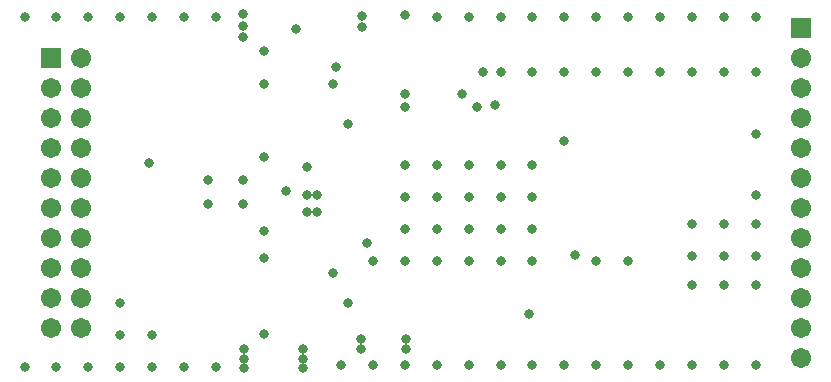
<source format=gbs>
G04*
G04 #@! TF.GenerationSoftware,Altium Limited,Altium Designer,25.2.1 (25)*
G04*
G04 Layer_Color=16711935*
%FSLAX44Y44*%
%MOMM*%
G71*
G04*
G04 #@! TF.SameCoordinates,BB5B7109-8511-46E3-AB3A-B5F62D7AE0FB*
G04*
G04*
G04 #@! TF.FilePolarity,Negative*
G04*
G01*
G75*
%ADD21C,1.7032*%
%ADD22R,1.7032X1.7032*%
%ADD23C,0.8032*%
D21*
X57900Y54710D02*
D03*
X32500D02*
D03*
X57900Y80110D02*
D03*
X32500D02*
D03*
X57900Y105510D02*
D03*
X32500D02*
D03*
X57900Y130910D02*
D03*
X32500D02*
D03*
X57900Y156310D02*
D03*
X32500D02*
D03*
X57900Y181710D02*
D03*
X32500D02*
D03*
X57900Y207110D02*
D03*
X32500D02*
D03*
X57900Y232510D02*
D03*
X32500D02*
D03*
X57900Y257910D02*
D03*
X32500D02*
D03*
X57900Y283310D02*
D03*
X667500Y105510D02*
D03*
Y207110D02*
D03*
Y181710D02*
D03*
Y283310D02*
D03*
Y257910D02*
D03*
Y232510D02*
D03*
Y156310D02*
D03*
Y130910D02*
D03*
Y80110D02*
D03*
Y54710D02*
D03*
Y29310D02*
D03*
D22*
X32500Y283310D02*
D03*
X667500Y308710D02*
D03*
D23*
X629000Y168000D02*
D03*
Y219000D02*
D03*
X91000Y76000D02*
D03*
X118000Y49000D02*
D03*
X91000D02*
D03*
X172000Y22000D02*
D03*
X145000D02*
D03*
X118000D02*
D03*
X91000D02*
D03*
X64000D02*
D03*
X10000D02*
D03*
X37000D02*
D03*
X172000Y318000D02*
D03*
X145000D02*
D03*
X118000D02*
D03*
X91000D02*
D03*
X64000D02*
D03*
X10000D02*
D03*
X37000D02*
D03*
X575000Y91000D02*
D03*
X629000D02*
D03*
X602000D02*
D03*
X629000Y116000D02*
D03*
X602000D02*
D03*
X575000D02*
D03*
X629000Y143000D02*
D03*
X602000D02*
D03*
X575000D02*
D03*
X494000Y112000D02*
D03*
X521000D02*
D03*
X440000D02*
D03*
X413000D02*
D03*
X305000D02*
D03*
X386000D02*
D03*
X359000D02*
D03*
X332000D02*
D03*
X278000Y24000D02*
D03*
X305000D02*
D03*
X332000D02*
D03*
X359000D02*
D03*
X386000D02*
D03*
X413000D02*
D03*
X440000D02*
D03*
X467000D02*
D03*
X494000D02*
D03*
X521000D02*
D03*
X548000D02*
D03*
X575000D02*
D03*
X629000D02*
D03*
X602000D02*
D03*
X359000Y318000D02*
D03*
X386000D02*
D03*
X413000D02*
D03*
X440000D02*
D03*
X467000D02*
D03*
X494000D02*
D03*
X521000D02*
D03*
X548000D02*
D03*
X575000D02*
D03*
X602000D02*
D03*
X629000D02*
D03*
Y272000D02*
D03*
X602000D02*
D03*
X575000D02*
D03*
X548000D02*
D03*
X521000D02*
D03*
X494000D02*
D03*
X467000D02*
D03*
X413000D02*
D03*
X440000D02*
D03*
Y139000D02*
D03*
X413000D02*
D03*
X386000D02*
D03*
X359000D02*
D03*
X332000D02*
D03*
Y166000D02*
D03*
X359000D02*
D03*
X386000D02*
D03*
X413000D02*
D03*
X440000D02*
D03*
X398000Y272000D02*
D03*
X393000Y242000D02*
D03*
X380000Y253000D02*
D03*
X332000Y242000D02*
D03*
Y253000D02*
D03*
Y320000D02*
D03*
X296000Y319000D02*
D03*
Y310000D02*
D03*
X258000Y168000D02*
D03*
Y153000D02*
D03*
X249000D02*
D03*
Y168000D02*
D03*
X440000Y193000D02*
D03*
X413000D02*
D03*
X386000D02*
D03*
X359000D02*
D03*
X332000D02*
D03*
X249000Y191000D02*
D03*
X333000Y46000D02*
D03*
Y37000D02*
D03*
X295000D02*
D03*
Y46000D02*
D03*
X246000Y21000D02*
D03*
Y29000D02*
D03*
Y37000D02*
D03*
X213000Y289710D02*
D03*
Y262000D02*
D03*
Y200000D02*
D03*
Y50000D02*
D03*
Y114000D02*
D03*
Y137060D02*
D03*
X196000Y37000D02*
D03*
Y29000D02*
D03*
Y21000D02*
D03*
X195000Y301000D02*
D03*
Y311000D02*
D03*
Y321000D02*
D03*
X165000Y160000D02*
D03*
Y180000D02*
D03*
X195000Y160000D02*
D03*
Y180000D02*
D03*
X115000Y195000D02*
D03*
X239685Y308010D02*
D03*
X231160Y171120D02*
D03*
X437000Y67160D02*
D03*
X476000Y117000D02*
D03*
X467000Y213160D02*
D03*
X408000Y244000D02*
D03*
X273880Y275880D02*
D03*
X299997Y126760D02*
D03*
X271360Y261540D02*
D03*
X284000Y227630D02*
D03*
X271360Y101360D02*
D03*
X284000Y76000D02*
D03*
M02*

</source>
